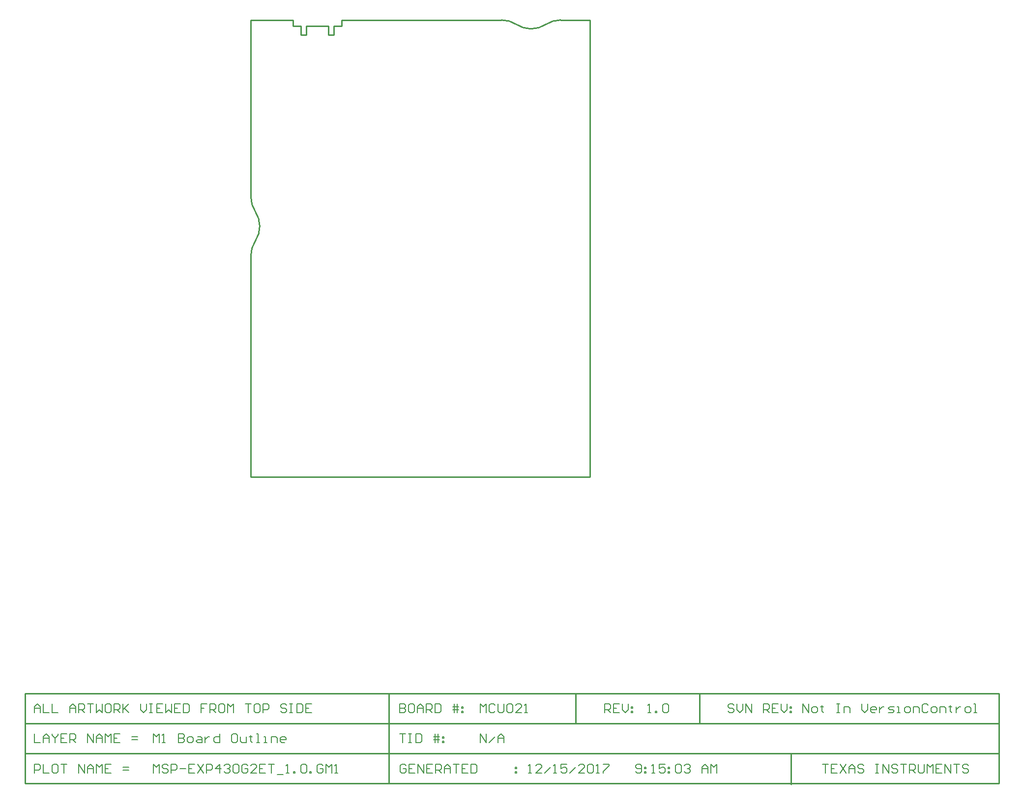
<source format=gm1>
G04 Layer_Color=11296232*
%FSAX25Y25*%
%MOIN*%
G70*
G01*
G75*
%ADD55C,0.01000*%
%ADD57C,0.00800*%
%ADD75C,0.00394*%
G54D55*
X0373078Y0555006D02*
G03*
X0363078Y0558006I-0010000J-0015167D01*
G01*
X0403078D02*
G03*
X0393078Y0555006I0000000J-0018167D01*
G01*
X0373078Y0555006D02*
G03*
X0393078Y0555006I0010000J0015167D01*
G01*
X0196078Y0408006D02*
G03*
X0196078Y0428006I-0015167J0010000D01*
G01*
X0193078Y0438006D02*
G03*
X0196078Y0428006I0018167J0000000D01*
G01*
X0196078Y0408006D02*
G03*
X0193078Y0398006I0015167J-0010000D01*
G01*
X0423078Y0248006D02*
Y0398006D01*
X0254578Y0558006D02*
X0363078D01*
X0193078Y0248006D02*
Y0398006D01*
Y0248006D02*
X0423078D01*
X0403078Y0558006D02*
X0423078D01*
X0193078Y0438006D02*
Y0558006D01*
X0423078Y0398006D02*
Y0558006D01*
X0221578Y0554006D02*
Y0558006D01*
X0226878Y0548006D02*
Y0554006D01*
X0221578D02*
X0226878D01*
Y0548006D02*
X0230578D01*
Y0554006D01*
X0245578D01*
Y0548006D02*
Y0554006D01*
Y0548006D02*
X0249278D01*
Y0554006D01*
X0254578D01*
Y0558006D01*
X0193078D02*
X0221578D01*
X0497200Y0080717D02*
Y0101050D01*
X0413200Y0080717D02*
Y0101050D01*
X0040000Y0080717D02*
X0700200D01*
X0040000Y0060383D02*
X0700000D01*
X0040000Y0040050D02*
X0440500D01*
X0040050Y0101050D02*
X0700200D01*
X0040050Y0040050D02*
Y0101050D01*
Y0040050D02*
X0197600D01*
X0040000D02*
Y0101050D01*
X0286500Y0040050D02*
Y0101050D01*
X0700200Y0040050D02*
Y0101050D01*
X0440500Y0040050D02*
X0700200D01*
X0559400Y0039400D02*
Y0059683D01*
G54D57*
X0126900Y0067551D02*
Y0073549D01*
X0128899Y0071549D01*
X0130899Y0073549D01*
Y0067551D01*
X0132898D02*
X0134897D01*
X0133898D01*
Y0073549D01*
X0132898Y0072549D01*
X0143895Y0073549D02*
Y0067551D01*
X0146894D01*
X0147893Y0068550D01*
Y0069550D01*
X0146894Y0070550D01*
X0143895D01*
X0146894D01*
X0147893Y0071549D01*
Y0072549D01*
X0146894Y0073549D01*
X0143895D01*
X0150892Y0067551D02*
X0152892D01*
X0153891Y0068550D01*
Y0070550D01*
X0152892Y0071549D01*
X0150892D01*
X0149893Y0070550D01*
Y0068550D01*
X0150892Y0067551D01*
X0156890Y0071549D02*
X0158890D01*
X0159889Y0070550D01*
Y0067551D01*
X0156890D01*
X0155891Y0068550D01*
X0156890Y0069550D01*
X0159889D01*
X0161889Y0071549D02*
Y0067551D01*
Y0069550D01*
X0162888Y0070550D01*
X0163888Y0071549D01*
X0164888D01*
X0171885Y0073549D02*
Y0067551D01*
X0168886D01*
X0167887Y0068550D01*
Y0070550D01*
X0168886Y0071549D01*
X0171885D01*
X0182882Y0073549D02*
X0180883D01*
X0179883Y0072549D01*
Y0068550D01*
X0180883Y0067551D01*
X0182882D01*
X0183882Y0068550D01*
Y0072549D01*
X0182882Y0073549D01*
X0185881Y0071549D02*
Y0068550D01*
X0186881Y0067551D01*
X0189880D01*
Y0071549D01*
X0192879Y0072549D02*
Y0071549D01*
X0191879D01*
X0193878D01*
X0192879D01*
Y0068550D01*
X0193878Y0067551D01*
X0196877D02*
X0198877D01*
X0197877D01*
Y0073549D01*
X0196877D01*
X0201876Y0067551D02*
X0203875D01*
X0202875D01*
Y0071549D01*
X0201876D01*
X0206874Y0067551D02*
Y0071549D01*
X0209873D01*
X0210873Y0070550D01*
Y0067551D01*
X0215871D02*
X0213872D01*
X0212872Y0068550D01*
Y0070550D01*
X0213872Y0071549D01*
X0215871D01*
X0216871Y0070550D01*
Y0069550D01*
X0212872D01*
X0567400Y0087833D02*
Y0093831D01*
X0571399Y0087833D01*
Y0093831D01*
X0574398Y0087833D02*
X0576397D01*
X0577397Y0088833D01*
Y0090832D01*
X0576397Y0091832D01*
X0574398D01*
X0573398Y0090832D01*
Y0088833D01*
X0574398Y0087833D01*
X0580396Y0092832D02*
Y0091832D01*
X0579396D01*
X0581395D01*
X0580396D01*
Y0088833D01*
X0581395Y0087833D01*
X0590393Y0093831D02*
X0592392D01*
X0591392D01*
Y0087833D01*
X0590393D01*
X0592392D01*
X0595391D02*
Y0091832D01*
X0598390D01*
X0599390Y0090832D01*
Y0087833D01*
X0607387Y0093831D02*
Y0089833D01*
X0609386Y0087833D01*
X0611386Y0089833D01*
Y0093831D01*
X0616384Y0087833D02*
X0614385D01*
X0613385Y0088833D01*
Y0090832D01*
X0614385Y0091832D01*
X0616384D01*
X0617384Y0090832D01*
Y0089833D01*
X0613385D01*
X0619383Y0091832D02*
Y0087833D01*
Y0089833D01*
X0620383Y0090832D01*
X0621383Y0091832D01*
X0622382D01*
X0625381Y0087833D02*
X0628380D01*
X0629380Y0088833D01*
X0628380Y0089833D01*
X0626381D01*
X0625381Y0090832D01*
X0626381Y0091832D01*
X0629380D01*
X0631379Y0087833D02*
X0633379D01*
X0632379D01*
Y0091832D01*
X0631379D01*
X0637377Y0087833D02*
X0639377D01*
X0640376Y0088833D01*
Y0090832D01*
X0639377Y0091832D01*
X0637377D01*
X0636378Y0090832D01*
Y0088833D01*
X0637377Y0087833D01*
X0642376D02*
Y0091832D01*
X0645375D01*
X0646374Y0090832D01*
Y0087833D01*
X0652373Y0092832D02*
X0651373Y0093831D01*
X0649373D01*
X0648374Y0092832D01*
Y0088833D01*
X0649373Y0087833D01*
X0651373D01*
X0652373Y0088833D01*
X0655372Y0087833D02*
X0657371D01*
X0658371Y0088833D01*
Y0090832D01*
X0657371Y0091832D01*
X0655372D01*
X0654372Y0090832D01*
Y0088833D01*
X0655372Y0087833D01*
X0660370D02*
Y0091832D01*
X0663369D01*
X0664369Y0090832D01*
Y0087833D01*
X0667368Y0092832D02*
Y0091832D01*
X0666368D01*
X0668367D01*
X0667368D01*
Y0088833D01*
X0668367Y0087833D01*
X0671366Y0091832D02*
Y0087833D01*
Y0089833D01*
X0672366Y0090832D01*
X0673366Y0091832D01*
X0674365D01*
X0678364Y0087833D02*
X0680364D01*
X0681363Y0088833D01*
Y0090832D01*
X0680364Y0091832D01*
X0678364D01*
X0677364Y0090832D01*
Y0088833D01*
X0678364Y0087833D01*
X0683362D02*
X0685362D01*
X0684362D01*
Y0093831D01*
X0683362D01*
X0520799Y0092832D02*
X0519799Y0093831D01*
X0517800D01*
X0516800Y0092832D01*
Y0091832D01*
X0517800Y0090832D01*
X0519799D01*
X0520799Y0089833D01*
Y0088833D01*
X0519799Y0087833D01*
X0517800D01*
X0516800Y0088833D01*
X0522798Y0093831D02*
Y0089833D01*
X0524797Y0087833D01*
X0526797Y0089833D01*
Y0093831D01*
X0528796Y0087833D02*
Y0093831D01*
X0532795Y0087833D01*
Y0093831D01*
X0540792Y0087833D02*
Y0093831D01*
X0543791D01*
X0544791Y0092832D01*
Y0090832D01*
X0543791Y0089833D01*
X0540792D01*
X0542792D02*
X0544791Y0087833D01*
X0550789Y0093831D02*
X0546790D01*
Y0087833D01*
X0550789D01*
X0546790Y0090832D02*
X0548790D01*
X0552788Y0093831D02*
Y0089833D01*
X0554788Y0087833D01*
X0556787Y0089833D01*
Y0093831D01*
X0558786Y0091832D02*
X0559786D01*
Y0090832D01*
X0558786D01*
Y0091832D01*
Y0088833D02*
X0559786D01*
Y0087833D01*
X0558786D01*
Y0088833D01*
X0433000Y0087833D02*
Y0093831D01*
X0435999D01*
X0436999Y0092832D01*
Y0090832D01*
X0435999Y0089833D01*
X0433000D01*
X0434999D02*
X0436999Y0087833D01*
X0442997Y0093831D02*
X0438998D01*
Y0087833D01*
X0442997D01*
X0438998Y0090832D02*
X0440997D01*
X0444996Y0093831D02*
Y0089833D01*
X0446995Y0087833D01*
X0448995Y0089833D01*
Y0093831D01*
X0450994Y0091832D02*
X0451994D01*
Y0090832D01*
X0450994D01*
Y0091832D01*
Y0088833D02*
X0451994D01*
Y0087833D01*
X0450994D01*
Y0088833D01*
X0126900Y0046966D02*
Y0052965D01*
X0128899Y0050965D01*
X0130899Y0052965D01*
Y0046966D01*
X0136897Y0051965D02*
X0135897Y0052965D01*
X0133898D01*
X0132898Y0051965D01*
Y0050965D01*
X0133898Y0049966D01*
X0135897D01*
X0136897Y0048966D01*
Y0047966D01*
X0135897Y0046966D01*
X0133898D01*
X0132898Y0047966D01*
X0138896Y0046966D02*
Y0052965D01*
X0141895D01*
X0142895Y0051965D01*
Y0049966D01*
X0141895Y0048966D01*
X0138896D01*
X0144894Y0049966D02*
X0148893D01*
X0154891Y0052965D02*
X0150892D01*
Y0046966D01*
X0154891D01*
X0150892Y0049966D02*
X0152892D01*
X0156890Y0052965D02*
X0160889Y0046966D01*
Y0052965D02*
X0156890Y0046966D01*
X0162888D02*
Y0052965D01*
X0165887D01*
X0166887Y0051965D01*
Y0049966D01*
X0165887Y0048966D01*
X0162888D01*
X0171885Y0046966D02*
Y0052965D01*
X0168886Y0049966D01*
X0172885D01*
X0174884Y0051965D02*
X0175884Y0052965D01*
X0177884D01*
X0178883Y0051965D01*
Y0050965D01*
X0177884Y0049966D01*
X0176884D01*
X0177884D01*
X0178883Y0048966D01*
Y0047966D01*
X0177884Y0046966D01*
X0175884D01*
X0174884Y0047966D01*
X0180883Y0051965D02*
X0181882Y0052965D01*
X0183882D01*
X0184881Y0051965D01*
Y0047966D01*
X0183882Y0046966D01*
X0181882D01*
X0180883Y0047966D01*
Y0051965D01*
X0190879D02*
X0189880Y0052965D01*
X0187880D01*
X0186881Y0051965D01*
Y0047966D01*
X0187880Y0046966D01*
X0189880D01*
X0190879Y0047966D01*
Y0049966D01*
X0188880D01*
X0196877Y0046966D02*
X0192879D01*
X0196877Y0050965D01*
Y0051965D01*
X0195878Y0052965D01*
X0193878D01*
X0192879Y0051965D01*
X0202875Y0052965D02*
X0198877D01*
Y0046966D01*
X0202875D01*
X0198877Y0049966D02*
X0200876D01*
X0204875Y0052965D02*
X0208874D01*
X0206874D01*
Y0046966D01*
X0210873Y0045967D02*
X0214872D01*
X0216871Y0046966D02*
X0218870D01*
X0217871D01*
Y0052965D01*
X0216871Y0051965D01*
X0221869Y0046966D02*
Y0047966D01*
X0222869D01*
Y0046966D01*
X0221869D01*
X0226868Y0051965D02*
X0227867Y0052965D01*
X0229867D01*
X0230866Y0051965D01*
Y0047966D01*
X0229867Y0046966D01*
X0227867D01*
X0226868Y0047966D01*
Y0051965D01*
X0232866Y0046966D02*
Y0047966D01*
X0233865D01*
Y0046966D01*
X0232866D01*
X0241863Y0051965D02*
X0240863Y0052965D01*
X0238864D01*
X0237864Y0051965D01*
Y0047966D01*
X0238864Y0046966D01*
X0240863D01*
X0241863Y0047966D01*
Y0049966D01*
X0239863D01*
X0243862Y0046966D02*
Y0052965D01*
X0245862Y0050965D01*
X0247861Y0052965D01*
Y0046966D01*
X0249860D02*
X0251860D01*
X0250860D01*
Y0052965D01*
X0249860Y0051965D01*
X0381150Y0046966D02*
X0383149D01*
X0382150D01*
Y0052965D01*
X0381150Y0051965D01*
X0390147Y0046966D02*
X0386148D01*
X0390147Y0050965D01*
Y0051965D01*
X0389147Y0052965D01*
X0387148D01*
X0386148Y0051965D01*
X0392146Y0046966D02*
X0396145Y0050965D01*
X0398145Y0046966D02*
X0400144D01*
X0399144D01*
Y0052965D01*
X0398145Y0051965D01*
X0407142Y0052965D02*
X0403143D01*
Y0049966D01*
X0405142Y0050965D01*
X0406142D01*
X0407142Y0049966D01*
Y0047966D01*
X0406142Y0046966D01*
X0404143D01*
X0403143Y0047966D01*
X0409141Y0046966D02*
X0413140Y0050965D01*
X0419138Y0046966D02*
X0415139D01*
X0419138Y0050965D01*
Y0051965D01*
X0418138Y0052965D01*
X0416139D01*
X0415139Y0051965D01*
X0421137D02*
X0422137Y0052965D01*
X0424136D01*
X0425136Y0051965D01*
Y0047966D01*
X0424136Y0046966D01*
X0422137D01*
X0421137Y0047966D01*
Y0051965D01*
X0427135Y0046966D02*
X0429135D01*
X0428135D01*
Y0052965D01*
X0427135Y0051965D01*
X0432133Y0052965D02*
X0436132D01*
Y0051965D01*
X0432133Y0047966D01*
Y0046966D01*
X0298199Y0051965D02*
X0297199Y0052965D01*
X0295200D01*
X0294200Y0051965D01*
Y0047966D01*
X0295200Y0046966D01*
X0297199D01*
X0298199Y0047966D01*
Y0049966D01*
X0296199D01*
X0304197Y0052965D02*
X0300198D01*
Y0046966D01*
X0304197D01*
X0300198Y0049966D02*
X0302197D01*
X0306196Y0046966D02*
Y0052965D01*
X0310195Y0046966D01*
Y0052965D01*
X0316193D02*
X0312194D01*
Y0046966D01*
X0316193D01*
X0312194Y0049966D02*
X0314194D01*
X0318192Y0046966D02*
Y0052965D01*
X0321191D01*
X0322191Y0051965D01*
Y0049966D01*
X0321191Y0048966D01*
X0318192D01*
X0320192D02*
X0322191Y0046966D01*
X0324190D02*
Y0050965D01*
X0326190Y0052965D01*
X0328189Y0050965D01*
Y0046966D01*
Y0049966D01*
X0324190D01*
X0330188Y0052965D02*
X0334187D01*
X0332188D01*
Y0046966D01*
X0340185Y0052965D02*
X0336186D01*
Y0046966D01*
X0340185D01*
X0336186Y0049966D02*
X0338186D01*
X0342184Y0052965D02*
Y0046966D01*
X0345183D01*
X0346183Y0047966D01*
Y0051965D01*
X0345183Y0052965D01*
X0342184D01*
X0372175Y0050965D02*
X0373175D01*
Y0049966D01*
X0372175D01*
Y0050965D01*
Y0047966D02*
X0373175D01*
Y0046966D01*
X0372175D01*
Y0047966D01*
X0046350Y0087833D02*
Y0091832D01*
X0048349Y0093831D01*
X0050349Y0091832D01*
Y0087833D01*
Y0090832D01*
X0046350D01*
X0052348Y0093831D02*
Y0087833D01*
X0056347D01*
X0058346Y0093831D02*
Y0087833D01*
X0062345D01*
X0070342D02*
Y0091832D01*
X0072342Y0093831D01*
X0074341Y0091832D01*
Y0087833D01*
Y0090832D01*
X0070342D01*
X0076340Y0087833D02*
Y0093831D01*
X0079339D01*
X0080339Y0092832D01*
Y0090832D01*
X0079339Y0089833D01*
X0076340D01*
X0078340D02*
X0080339Y0087833D01*
X0082338Y0093831D02*
X0086337D01*
X0084338D01*
Y0087833D01*
X0088336Y0093831D02*
Y0087833D01*
X0090336Y0089833D01*
X0092335Y0087833D01*
Y0093831D01*
X0097334D02*
X0095334D01*
X0094335Y0092832D01*
Y0088833D01*
X0095334Y0087833D01*
X0097334D01*
X0098333Y0088833D01*
Y0092832D01*
X0097334Y0093831D01*
X0100332Y0087833D02*
Y0093831D01*
X0103332D01*
X0104331Y0092832D01*
Y0090832D01*
X0103332Y0089833D01*
X0100332D01*
X0102332D02*
X0104331Y0087833D01*
X0106331Y0093831D02*
Y0087833D01*
Y0089833D01*
X0110329Y0093831D01*
X0107330Y0090832D01*
X0110329Y0087833D01*
X0118327Y0093831D02*
Y0089833D01*
X0120326Y0087833D01*
X0122325Y0089833D01*
Y0093831D01*
X0124325D02*
X0126324D01*
X0125324D01*
Y0087833D01*
X0124325D01*
X0126324D01*
X0133322Y0093831D02*
X0129323D01*
Y0087833D01*
X0133322D01*
X0129323Y0090832D02*
X0131323D01*
X0135321Y0093831D02*
Y0087833D01*
X0137321Y0089833D01*
X0139320Y0087833D01*
Y0093831D01*
X0145318D02*
X0141319D01*
Y0087833D01*
X0145318D01*
X0141319Y0090832D02*
X0143319D01*
X0147317Y0093831D02*
Y0087833D01*
X0150316D01*
X0151316Y0088833D01*
Y0092832D01*
X0150316Y0093831D01*
X0147317D01*
X0163312D02*
X0159313D01*
Y0090832D01*
X0161313D01*
X0159313D01*
Y0087833D01*
X0165312D02*
Y0093831D01*
X0168310D01*
X0169310Y0092832D01*
Y0090832D01*
X0168310Y0089833D01*
X0165312D01*
X0167311D02*
X0169310Y0087833D01*
X0174309Y0093831D02*
X0172309D01*
X0171310Y0092832D01*
Y0088833D01*
X0172309Y0087833D01*
X0174309D01*
X0175308Y0088833D01*
Y0092832D01*
X0174309Y0093831D01*
X0177308Y0087833D02*
Y0093831D01*
X0179307Y0091832D01*
X0181306Y0093831D01*
Y0087833D01*
X0189304Y0093831D02*
X0193303D01*
X0191303D01*
Y0087833D01*
X0198301Y0093831D02*
X0196301D01*
X0195302Y0092832D01*
Y0088833D01*
X0196301Y0087833D01*
X0198301D01*
X0199301Y0088833D01*
Y0092832D01*
X0198301Y0093831D01*
X0201300Y0087833D02*
Y0093831D01*
X0204299D01*
X0205299Y0092832D01*
Y0090832D01*
X0204299Y0089833D01*
X0201300D01*
X0217295Y0092832D02*
X0216295Y0093831D01*
X0214296D01*
X0213296Y0092832D01*
Y0091832D01*
X0214296Y0090832D01*
X0216295D01*
X0217295Y0089833D01*
Y0088833D01*
X0216295Y0087833D01*
X0214296D01*
X0213296Y0088833D01*
X0219294Y0093831D02*
X0221293D01*
X0220294D01*
Y0087833D01*
X0219294D01*
X0221293D01*
X0224292Y0093831D02*
Y0087833D01*
X0227291D01*
X0228291Y0088833D01*
Y0092832D01*
X0227291Y0093831D01*
X0224292D01*
X0234289D02*
X0230291D01*
Y0087833D01*
X0234289D01*
X0230291Y0090832D02*
X0232290D01*
X0462150Y0087833D02*
X0464149D01*
X0463150D01*
Y0093831D01*
X0462150Y0092832D01*
X0467148Y0087833D02*
Y0088833D01*
X0468148D01*
Y0087833D01*
X0467148D01*
X0472147Y0092832D02*
X0473146Y0093831D01*
X0475146D01*
X0476146Y0092832D01*
Y0088833D01*
X0475146Y0087833D01*
X0473146D01*
X0472147Y0088833D01*
Y0092832D01*
X0348550Y0087833D02*
Y0093831D01*
X0350549Y0091832D01*
X0352549Y0093831D01*
Y0087833D01*
X0358547Y0092832D02*
X0357547Y0093831D01*
X0355548D01*
X0354548Y0092832D01*
Y0088833D01*
X0355548Y0087833D01*
X0357547D01*
X0358547Y0088833D01*
X0360546Y0093831D02*
Y0088833D01*
X0361546Y0087833D01*
X0363545D01*
X0364545Y0088833D01*
Y0093831D01*
X0366544Y0092832D02*
X0367544Y0093831D01*
X0369543D01*
X0370543Y0092832D01*
Y0088833D01*
X0369543Y0087833D01*
X0367544D01*
X0366544Y0088833D01*
Y0092832D01*
X0376541Y0087833D02*
X0372542D01*
X0376541Y0091832D01*
Y0092832D01*
X0375541Y0093831D01*
X0373542D01*
X0372542Y0092832D01*
X0378540Y0087833D02*
X0380540D01*
X0379540D01*
Y0093831D01*
X0378540Y0092832D01*
X0294000Y0093831D02*
Y0087833D01*
X0296999D01*
X0297999Y0088833D01*
Y0089833D01*
X0296999Y0090832D01*
X0294000D01*
X0296999D01*
X0297999Y0091832D01*
Y0092832D01*
X0296999Y0093831D01*
X0294000D01*
X0302997D02*
X0300998D01*
X0299998Y0092832D01*
Y0088833D01*
X0300998Y0087833D01*
X0302997D01*
X0303997Y0088833D01*
Y0092832D01*
X0302997Y0093831D01*
X0305996Y0087833D02*
Y0091832D01*
X0307996Y0093831D01*
X0309995Y0091832D01*
Y0087833D01*
Y0090832D01*
X0305996D01*
X0311994Y0087833D02*
Y0093831D01*
X0314993D01*
X0315993Y0092832D01*
Y0090832D01*
X0314993Y0089833D01*
X0311994D01*
X0313994D02*
X0315993Y0087833D01*
X0317992Y0093831D02*
Y0087833D01*
X0320991D01*
X0321991Y0088833D01*
Y0092832D01*
X0320991Y0093831D01*
X0317992D01*
X0330988Y0087833D02*
Y0093831D01*
X0332987D02*
Y0087833D01*
X0329988Y0091832D02*
X0332987D01*
X0333987D01*
X0329988Y0089833D02*
X0333987D01*
X0335986Y0091832D02*
X0336986D01*
Y0090832D01*
X0335986D01*
Y0091832D01*
Y0088833D02*
X0336986D01*
Y0087833D01*
X0335986D01*
Y0088833D01*
X0046350Y0073549D02*
Y0067551D01*
X0050349D01*
X0052348D02*
Y0071549D01*
X0054347Y0073549D01*
X0056347Y0071549D01*
Y0067551D01*
Y0070550D01*
X0052348D01*
X0058346Y0073549D02*
Y0072549D01*
X0060346Y0070550D01*
X0062345Y0072549D01*
Y0073549D01*
X0060346Y0070550D02*
Y0067551D01*
X0068343Y0073549D02*
X0064344D01*
Y0067551D01*
X0068343D01*
X0064344Y0070550D02*
X0066343D01*
X0070342Y0067551D02*
Y0073549D01*
X0073341D01*
X0074341Y0072549D01*
Y0070550D01*
X0073341Y0069550D01*
X0070342D01*
X0072342D02*
X0074341Y0067551D01*
X0082338D02*
Y0073549D01*
X0086337Y0067551D01*
Y0073549D01*
X0088336Y0067551D02*
Y0071549D01*
X0090336Y0073549D01*
X0092335Y0071549D01*
Y0067551D01*
Y0070550D01*
X0088336D01*
X0094335Y0067551D02*
Y0073549D01*
X0096334Y0071549D01*
X0098333Y0073549D01*
Y0067551D01*
X0104331Y0073549D02*
X0100332D01*
Y0067551D01*
X0104331D01*
X0100332Y0070550D02*
X0102332D01*
X0112329Y0069550D02*
X0116327D01*
X0112329Y0071549D02*
X0116327D01*
X0046350Y0046966D02*
Y0052965D01*
X0049349D01*
X0050349Y0051965D01*
Y0049966D01*
X0049349Y0048966D01*
X0046350D01*
X0052348Y0052965D02*
Y0046966D01*
X0056347D01*
X0061345Y0052965D02*
X0059346D01*
X0058346Y0051965D01*
Y0047966D01*
X0059346Y0046966D01*
X0061345D01*
X0062345Y0047966D01*
Y0051965D01*
X0061345Y0052965D01*
X0064344D02*
X0068343D01*
X0066343D01*
Y0046966D01*
X0076340D02*
Y0052965D01*
X0080339Y0046966D01*
Y0052965D01*
X0082338Y0046966D02*
Y0050965D01*
X0084338Y0052965D01*
X0086337Y0050965D01*
Y0046966D01*
Y0049966D01*
X0082338D01*
X0088336Y0046966D02*
Y0052965D01*
X0090336Y0050965D01*
X0092335Y0052965D01*
Y0046966D01*
X0098333Y0052965D02*
X0094335D01*
Y0046966D01*
X0098333D01*
X0094335Y0049966D02*
X0096334D01*
X0106331Y0048966D02*
X0110329D01*
X0106331Y0050965D02*
X0110329D01*
X0454050Y0047966D02*
X0455050Y0046966D01*
X0457049D01*
X0458049Y0047966D01*
Y0051965D01*
X0457049Y0052965D01*
X0455050D01*
X0454050Y0051965D01*
Y0050965D01*
X0455050Y0049966D01*
X0458049D01*
X0460048Y0050965D02*
X0461048D01*
Y0049966D01*
X0460048D01*
Y0050965D01*
Y0047966D02*
X0461048D01*
Y0046966D01*
X0460048D01*
Y0047966D01*
X0465046Y0046966D02*
X0467046D01*
X0466046D01*
Y0052965D01*
X0465046Y0051965D01*
X0474044Y0052965D02*
X0470045D01*
Y0049966D01*
X0472044Y0050965D01*
X0473044D01*
X0474044Y0049966D01*
Y0047966D01*
X0473044Y0046966D01*
X0471044D01*
X0470045Y0047966D01*
X0476043Y0050965D02*
X0477043D01*
Y0049966D01*
X0476043D01*
Y0050965D01*
Y0047966D02*
X0477043D01*
Y0046966D01*
X0476043D01*
Y0047966D01*
X0481041Y0051965D02*
X0482041Y0052965D01*
X0484040D01*
X0485040Y0051965D01*
Y0047966D01*
X0484040Y0046966D01*
X0482041D01*
X0481041Y0047966D01*
Y0051965D01*
X0487039D02*
X0488039Y0052965D01*
X0490038D01*
X0491038Y0051965D01*
Y0050965D01*
X0490038Y0049966D01*
X0489039D01*
X0490038D01*
X0491038Y0048966D01*
Y0047966D01*
X0490038Y0046966D01*
X0488039D01*
X0487039Y0047966D01*
X0499035Y0046966D02*
Y0050965D01*
X0501035Y0052965D01*
X0503034Y0050965D01*
Y0046966D01*
Y0049966D01*
X0499035D01*
X0505033Y0046966D02*
Y0052965D01*
X0507033Y0050965D01*
X0509032Y0052965D01*
Y0046966D01*
X0580500Y0052965D02*
X0584499D01*
X0582499D01*
Y0046966D01*
X0590497Y0052965D02*
X0586498D01*
Y0046966D01*
X0590497D01*
X0586498Y0049966D02*
X0588497D01*
X0592496Y0052965D02*
X0596495Y0046966D01*
Y0052965D02*
X0592496Y0046966D01*
X0598494D02*
Y0050965D01*
X0600493Y0052965D01*
X0602493Y0050965D01*
Y0046966D01*
Y0049966D01*
X0598494D01*
X0608491Y0051965D02*
X0607491Y0052965D01*
X0605492D01*
X0604492Y0051965D01*
Y0050965D01*
X0605492Y0049966D01*
X0607491D01*
X0608491Y0048966D01*
Y0047966D01*
X0607491Y0046966D01*
X0605492D01*
X0604492Y0047966D01*
X0616488Y0052965D02*
X0618488D01*
X0617488D01*
Y0046966D01*
X0616488D01*
X0618488D01*
X0621487D02*
Y0052965D01*
X0625486Y0046966D01*
Y0052965D01*
X0631484Y0051965D02*
X0630484Y0052965D01*
X0628484D01*
X0627485Y0051965D01*
Y0050965D01*
X0628484Y0049966D01*
X0630484D01*
X0631484Y0048966D01*
Y0047966D01*
X0630484Y0046966D01*
X0628484D01*
X0627485Y0047966D01*
X0633483Y0052965D02*
X0637482D01*
X0635482D01*
Y0046966D01*
X0639481D02*
Y0052965D01*
X0642480D01*
X0643480Y0051965D01*
Y0049966D01*
X0642480Y0048966D01*
X0639481D01*
X0641480D02*
X0643480Y0046966D01*
X0645479Y0052965D02*
Y0047966D01*
X0646479Y0046966D01*
X0648478D01*
X0649478Y0047966D01*
Y0052965D01*
X0651477Y0046966D02*
Y0052965D01*
X0653476Y0050965D01*
X0655476Y0052965D01*
Y0046966D01*
X0661474Y0052965D02*
X0657475D01*
Y0046966D01*
X0661474D01*
X0657475Y0049966D02*
X0659474D01*
X0663473Y0046966D02*
Y0052965D01*
X0667472Y0046966D01*
Y0052965D01*
X0669471D02*
X0673470D01*
X0671471D01*
Y0046966D01*
X0679468Y0051965D02*
X0678468Y0052965D01*
X0676469D01*
X0675469Y0051965D01*
Y0050965D01*
X0676469Y0049966D01*
X0678468D01*
X0679468Y0048966D01*
Y0047966D01*
X0678468Y0046966D01*
X0676469D01*
X0675469Y0047966D01*
X0294000Y0073498D02*
X0297999D01*
X0295999D01*
Y0067500D01*
X0299998Y0073498D02*
X0301997D01*
X0300998D01*
Y0067500D01*
X0299998D01*
X0301997D01*
X0304996Y0073498D02*
Y0067500D01*
X0307996D01*
X0308995Y0068500D01*
Y0072498D01*
X0307996Y0073498D01*
X0304996D01*
X0317992Y0067500D02*
Y0073498D01*
X0319992D02*
Y0067500D01*
X0316993Y0071499D02*
X0319992D01*
X0320991D01*
X0316993Y0069499D02*
X0320991D01*
X0322991Y0071499D02*
X0323990D01*
Y0070499D01*
X0322991D01*
Y0071499D01*
Y0068500D02*
X0323990D01*
Y0067500D01*
X0322991D01*
Y0068500D01*
X0348550Y0067500D02*
Y0073498D01*
X0352549Y0067500D01*
Y0073498D01*
X0354548Y0067500D02*
X0358547Y0071499D01*
X0360546Y0067500D02*
Y0071499D01*
X0362545Y0073498D01*
X0364545Y0071499D01*
Y0067500D01*
Y0070499D01*
X0360546D01*
G54D75*
X0243590Y0554006D02*
X0243688D01*
X0232468D02*
X0232566D01*
M02*

</source>
